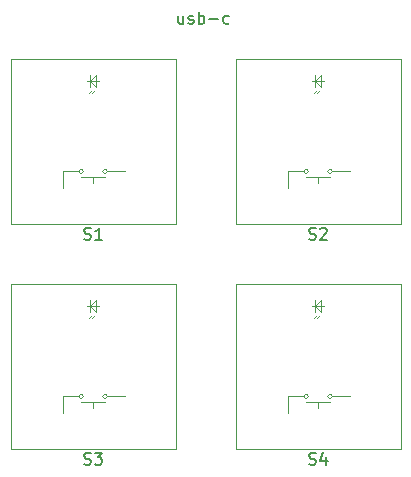
<source format=gbr>
G04 #@! TF.GenerationSoftware,KiCad,Pcbnew,5.1.5+dfsg1-2build2*
G04 #@! TF.CreationDate,2020-09-11T14:14:25+10:00*
G04 #@! TF.ProjectId,macr0,6d616372-302e-46b6-9963-61645f706362,rev?*
G04 #@! TF.SameCoordinates,Original*
G04 #@! TF.FileFunction,Legend,Top*
G04 #@! TF.FilePolarity,Positive*
%FSLAX46Y46*%
G04 Gerber Fmt 4.6, Leading zero omitted, Abs format (unit mm)*
G04 Created by KiCad (PCBNEW 5.1.5+dfsg1-2build2) date 2020-09-11 14:14:25*
%MOMM*%
%LPD*%
G04 APERTURE LIST*
%ADD10C,0.120000*%
%ADD11C,0.150000*%
G04 APERTURE END LIST*
D10*
X28575000Y-1905000D02*
X14605000Y-1905000D01*
X14605000Y-1905000D02*
X14605000Y12065000D01*
X14605000Y12065000D02*
X28575000Y12065000D01*
X28575000Y12065000D02*
X28575000Y-1905000D01*
X22098000Y10160000D02*
X21082000Y10160000D01*
X21336000Y10160000D02*
X21844000Y9652000D01*
X21844000Y9652000D02*
X21844000Y10668000D01*
X21844000Y10668000D02*
X21336000Y10160000D01*
X21336000Y9652000D02*
X21336000Y10668000D01*
X21717000Y9398000D02*
X21463000Y9144000D01*
X21463000Y9398000D02*
X21209000Y9144000D01*
X22606000Y2032000D02*
X20574000Y2032000D01*
X21590000Y2032000D02*
X21590000Y1524000D01*
X20753605Y2540000D02*
G75*
G03X20753605Y2540000I-179605J0D01*
G01*
X22785605Y2540000D02*
G75*
G03X22785605Y2540000I-179605J0D01*
G01*
X24257000Y2540000D02*
X22785605Y2540000D01*
X20394395Y2540000D02*
X19050000Y2540000D01*
X19050000Y2540000D02*
X19050000Y1143000D01*
X9525000Y-1905000D02*
X-4445000Y-1905000D01*
X-4445000Y-1905000D02*
X-4445000Y12065000D01*
X-4445000Y12065000D02*
X9525000Y12065000D01*
X9525000Y12065000D02*
X9525000Y-1905000D01*
X3048000Y10160000D02*
X2032000Y10160000D01*
X2286000Y10160000D02*
X2794000Y9652000D01*
X2794000Y9652000D02*
X2794000Y10668000D01*
X2794000Y10668000D02*
X2286000Y10160000D01*
X2286000Y9652000D02*
X2286000Y10668000D01*
X2667000Y9398000D02*
X2413000Y9144000D01*
X2413000Y9398000D02*
X2159000Y9144000D01*
X3556000Y2032000D02*
X1524000Y2032000D01*
X2540000Y2032000D02*
X2540000Y1524000D01*
X1703605Y2540000D02*
G75*
G03X1703605Y2540000I-179605J0D01*
G01*
X3735605Y2540000D02*
G75*
G03X3735605Y2540000I-179605J0D01*
G01*
X5207000Y2540000D02*
X3735605Y2540000D01*
X1344395Y2540000D02*
X0Y2540000D01*
X0Y2540000D02*
X0Y1143000D01*
X0Y-16510000D02*
X0Y-17907000D01*
X1344395Y-16510000D02*
X0Y-16510000D01*
X5207000Y-16510000D02*
X3735605Y-16510000D01*
X3735605Y-16510000D02*
G75*
G03X3735605Y-16510000I-179605J0D01*
G01*
X1703605Y-16510000D02*
G75*
G03X1703605Y-16510000I-179605J0D01*
G01*
X2540000Y-17018000D02*
X2540000Y-17526000D01*
X3556000Y-17018000D02*
X1524000Y-17018000D01*
X2413000Y-9652000D02*
X2159000Y-9906000D01*
X2667000Y-9652000D02*
X2413000Y-9906000D01*
X2286000Y-9398000D02*
X2286000Y-8382000D01*
X2794000Y-8382000D02*
X2286000Y-8890000D01*
X2794000Y-9398000D02*
X2794000Y-8382000D01*
X2286000Y-8890000D02*
X2794000Y-9398000D01*
X3048000Y-8890000D02*
X2032000Y-8890000D01*
X9525000Y-6985000D02*
X9525000Y-20955000D01*
X-4445000Y-6985000D02*
X9525000Y-6985000D01*
X-4445000Y-20955000D02*
X-4445000Y-6985000D01*
X9525000Y-20955000D02*
X-4445000Y-20955000D01*
X19050000Y-16510000D02*
X19050000Y-17907000D01*
X20394395Y-16510000D02*
X19050000Y-16510000D01*
X24257000Y-16510000D02*
X22785605Y-16510000D01*
X22785605Y-16510000D02*
G75*
G03X22785605Y-16510000I-179605J0D01*
G01*
X20753605Y-16510000D02*
G75*
G03X20753605Y-16510000I-179605J0D01*
G01*
X21590000Y-17018000D02*
X21590000Y-17526000D01*
X22606000Y-17018000D02*
X20574000Y-17018000D01*
X21463000Y-9652000D02*
X21209000Y-9906000D01*
X21717000Y-9652000D02*
X21463000Y-9906000D01*
X21336000Y-9398000D02*
X21336000Y-8382000D01*
X21844000Y-8382000D02*
X21336000Y-8890000D01*
X21844000Y-9398000D02*
X21844000Y-8382000D01*
X21336000Y-8890000D02*
X21844000Y-9398000D01*
X22098000Y-8890000D02*
X21082000Y-8890000D01*
X28575000Y-6985000D02*
X28575000Y-20955000D01*
X14605000Y-6985000D02*
X28575000Y-6985000D01*
X14605000Y-20955000D02*
X14605000Y-6985000D01*
X28575000Y-20955000D02*
X14605000Y-20955000D01*
D11*
X20828095Y-3198761D02*
X20970952Y-3246380D01*
X21209047Y-3246380D01*
X21304285Y-3198761D01*
X21351904Y-3151142D01*
X21399523Y-3055904D01*
X21399523Y-2960666D01*
X21351904Y-2865428D01*
X21304285Y-2817809D01*
X21209047Y-2770190D01*
X21018571Y-2722571D01*
X20923333Y-2674952D01*
X20875714Y-2627333D01*
X20828095Y-2532095D01*
X20828095Y-2436857D01*
X20875714Y-2341619D01*
X20923333Y-2294000D01*
X21018571Y-2246380D01*
X21256666Y-2246380D01*
X21399523Y-2294000D01*
X21780476Y-2341619D02*
X21828095Y-2294000D01*
X21923333Y-2246380D01*
X22161428Y-2246380D01*
X22256666Y-2294000D01*
X22304285Y-2341619D01*
X22351904Y-2436857D01*
X22351904Y-2532095D01*
X22304285Y-2674952D01*
X21732857Y-3246380D01*
X22351904Y-3246380D01*
X1778095Y-3198761D02*
X1920952Y-3246380D01*
X2159047Y-3246380D01*
X2254285Y-3198761D01*
X2301904Y-3151142D01*
X2349523Y-3055904D01*
X2349523Y-2960666D01*
X2301904Y-2865428D01*
X2254285Y-2817809D01*
X2159047Y-2770190D01*
X1968571Y-2722571D01*
X1873333Y-2674952D01*
X1825714Y-2627333D01*
X1778095Y-2532095D01*
X1778095Y-2436857D01*
X1825714Y-2341619D01*
X1873333Y-2294000D01*
X1968571Y-2246380D01*
X2206666Y-2246380D01*
X2349523Y-2294000D01*
X3301904Y-3246380D02*
X2730476Y-3246380D01*
X3016190Y-3246380D02*
X3016190Y-2246380D01*
X2920952Y-2389238D01*
X2825714Y-2484476D01*
X2730476Y-2532095D01*
X1778095Y-22248761D02*
X1920952Y-22296380D01*
X2159047Y-22296380D01*
X2254285Y-22248761D01*
X2301904Y-22201142D01*
X2349523Y-22105904D01*
X2349523Y-22010666D01*
X2301904Y-21915428D01*
X2254285Y-21867809D01*
X2159047Y-21820190D01*
X1968571Y-21772571D01*
X1873333Y-21724952D01*
X1825714Y-21677333D01*
X1778095Y-21582095D01*
X1778095Y-21486857D01*
X1825714Y-21391619D01*
X1873333Y-21344000D01*
X1968571Y-21296380D01*
X2206666Y-21296380D01*
X2349523Y-21344000D01*
X2682857Y-21296380D02*
X3301904Y-21296380D01*
X2968571Y-21677333D01*
X3111428Y-21677333D01*
X3206666Y-21724952D01*
X3254285Y-21772571D01*
X3301904Y-21867809D01*
X3301904Y-22105904D01*
X3254285Y-22201142D01*
X3206666Y-22248761D01*
X3111428Y-22296380D01*
X2825714Y-22296380D01*
X2730476Y-22248761D01*
X2682857Y-22201142D01*
X20828095Y-22248761D02*
X20970952Y-22296380D01*
X21209047Y-22296380D01*
X21304285Y-22248761D01*
X21351904Y-22201142D01*
X21399523Y-22105904D01*
X21399523Y-22010666D01*
X21351904Y-21915428D01*
X21304285Y-21867809D01*
X21209047Y-21820190D01*
X21018571Y-21772571D01*
X20923333Y-21724952D01*
X20875714Y-21677333D01*
X20828095Y-21582095D01*
X20828095Y-21486857D01*
X20875714Y-21391619D01*
X20923333Y-21344000D01*
X21018571Y-21296380D01*
X21256666Y-21296380D01*
X21399523Y-21344000D01*
X22256666Y-21629714D02*
X22256666Y-22296380D01*
X22018571Y-21248761D02*
X21780476Y-21963047D01*
X22399523Y-21963047D01*
X10193523Y15708285D02*
X10193523Y15041619D01*
X9764952Y15708285D02*
X9764952Y15184476D01*
X9812571Y15089238D01*
X9907809Y15041619D01*
X10050666Y15041619D01*
X10145904Y15089238D01*
X10193523Y15136857D01*
X10622095Y15089238D02*
X10717333Y15041619D01*
X10907809Y15041619D01*
X11003047Y15089238D01*
X11050666Y15184476D01*
X11050666Y15232095D01*
X11003047Y15327333D01*
X10907809Y15374952D01*
X10764952Y15374952D01*
X10669714Y15422571D01*
X10622095Y15517809D01*
X10622095Y15565428D01*
X10669714Y15660666D01*
X10764952Y15708285D01*
X10907809Y15708285D01*
X11003047Y15660666D01*
X11479238Y15041619D02*
X11479238Y16041619D01*
X11479238Y15660666D02*
X11574476Y15708285D01*
X11764952Y15708285D01*
X11860190Y15660666D01*
X11907809Y15613047D01*
X11955428Y15517809D01*
X11955428Y15232095D01*
X11907809Y15136857D01*
X11860190Y15089238D01*
X11764952Y15041619D01*
X11574476Y15041619D01*
X11479238Y15089238D01*
X12384000Y15422571D02*
X13145904Y15422571D01*
X14050666Y15089238D02*
X13955428Y15041619D01*
X13764952Y15041619D01*
X13669714Y15089238D01*
X13622095Y15136857D01*
X13574476Y15232095D01*
X13574476Y15517809D01*
X13622095Y15613047D01*
X13669714Y15660666D01*
X13764952Y15708285D01*
X13955428Y15708285D01*
X14050666Y15660666D01*
M02*

</source>
